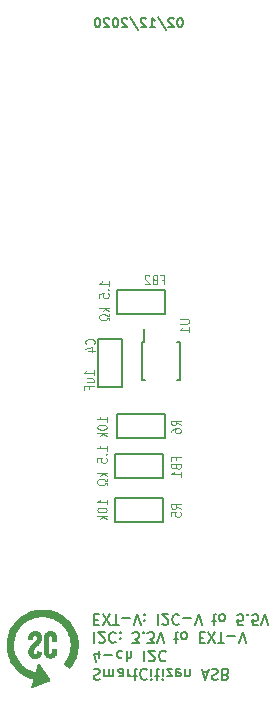
<source format=gbr>
G04 #@! TF.GenerationSoftware,KiCad,Pcbnew,(5.1.5-0-10_14)*
G04 #@! TF.CreationDate,2020-12-02T09:36:47+01:00*
G04 #@! TF.ProjectId,smartcitizen-adc-4-ch,736d6172-7463-4697-9469-7a656e2d6164,rev?*
G04 #@! TF.SameCoordinates,Original*
G04 #@! TF.FileFunction,Legend,Bot*
G04 #@! TF.FilePolarity,Positive*
%FSLAX46Y46*%
G04 Gerber Fmt 4.6, Leading zero omitted, Abs format (unit mm)*
G04 Created by KiCad (PCBNEW (5.1.5-0-10_14)) date 2020-12-02 09:36:47*
%MOMM*%
%LPD*%
G04 APERTURE LIST*
%ADD10C,0.200000*%
%ADD11C,0.010000*%
%ADD12C,0.127000*%
%ADD13C,0.150000*%
%ADD14C,0.120000*%
G04 APERTURE END LIST*
D10*
X152701428Y-111160714D02*
X152830000Y-111117857D01*
X153044285Y-111117857D01*
X153130000Y-111160714D01*
X153172857Y-111203571D01*
X153215714Y-111289285D01*
X153215714Y-111375000D01*
X153172857Y-111460714D01*
X153130000Y-111503571D01*
X153044285Y-111546428D01*
X152872857Y-111589285D01*
X152787142Y-111632142D01*
X152744285Y-111675000D01*
X152701428Y-111760714D01*
X152701428Y-111846428D01*
X152744285Y-111932142D01*
X152787142Y-111975000D01*
X152872857Y-112017857D01*
X153087142Y-112017857D01*
X153215714Y-111975000D01*
X153601428Y-111117857D02*
X153601428Y-111717857D01*
X153601428Y-111632142D02*
X153644285Y-111675000D01*
X153730000Y-111717857D01*
X153858571Y-111717857D01*
X153944285Y-111675000D01*
X153987142Y-111589285D01*
X153987142Y-111117857D01*
X153987142Y-111589285D02*
X154030000Y-111675000D01*
X154115714Y-111717857D01*
X154244285Y-111717857D01*
X154330000Y-111675000D01*
X154372857Y-111589285D01*
X154372857Y-111117857D01*
X155187142Y-111117857D02*
X155187142Y-111589285D01*
X155144285Y-111675000D01*
X155058571Y-111717857D01*
X154887142Y-111717857D01*
X154801428Y-111675000D01*
X155187142Y-111160714D02*
X155101428Y-111117857D01*
X154887142Y-111117857D01*
X154801428Y-111160714D01*
X154758571Y-111246428D01*
X154758571Y-111332142D01*
X154801428Y-111417857D01*
X154887142Y-111460714D01*
X155101428Y-111460714D01*
X155187142Y-111503571D01*
X155615714Y-111117857D02*
X155615714Y-111717857D01*
X155615714Y-111546428D02*
X155658571Y-111632142D01*
X155701428Y-111675000D01*
X155787142Y-111717857D01*
X155872857Y-111717857D01*
X156044285Y-111717857D02*
X156387142Y-111717857D01*
X156172857Y-112017857D02*
X156172857Y-111246428D01*
X156215714Y-111160714D01*
X156301428Y-111117857D01*
X156387142Y-111117857D01*
X157201428Y-111203571D02*
X157158571Y-111160714D01*
X157030000Y-111117857D01*
X156944285Y-111117857D01*
X156815714Y-111160714D01*
X156730000Y-111246428D01*
X156687142Y-111332142D01*
X156644285Y-111503571D01*
X156644285Y-111632142D01*
X156687142Y-111803571D01*
X156730000Y-111889285D01*
X156815714Y-111975000D01*
X156944285Y-112017857D01*
X157030000Y-112017857D01*
X157158571Y-111975000D01*
X157201428Y-111932142D01*
X157587142Y-111117857D02*
X157587142Y-111717857D01*
X157587142Y-112017857D02*
X157544285Y-111975000D01*
X157587142Y-111932142D01*
X157630000Y-111975000D01*
X157587142Y-112017857D01*
X157587142Y-111932142D01*
X157887142Y-111717857D02*
X158230000Y-111717857D01*
X158015714Y-112017857D02*
X158015714Y-111246428D01*
X158058571Y-111160714D01*
X158144285Y-111117857D01*
X158230000Y-111117857D01*
X158530000Y-111117857D02*
X158530000Y-111717857D01*
X158530000Y-112017857D02*
X158487142Y-111975000D01*
X158530000Y-111932142D01*
X158572857Y-111975000D01*
X158530000Y-112017857D01*
X158530000Y-111932142D01*
X158872857Y-111717857D02*
X159344285Y-111717857D01*
X158872857Y-111117857D01*
X159344285Y-111117857D01*
X160030000Y-111160714D02*
X159944285Y-111117857D01*
X159772857Y-111117857D01*
X159687142Y-111160714D01*
X159644285Y-111246428D01*
X159644285Y-111589285D01*
X159687142Y-111675000D01*
X159772857Y-111717857D01*
X159944285Y-111717857D01*
X160030000Y-111675000D01*
X160072857Y-111589285D01*
X160072857Y-111503571D01*
X159644285Y-111417857D01*
X160458571Y-111717857D02*
X160458571Y-111117857D01*
X160458571Y-111632142D02*
X160501428Y-111675000D01*
X160587142Y-111717857D01*
X160715714Y-111717857D01*
X160801428Y-111675000D01*
X160844285Y-111589285D01*
X160844285Y-111117857D01*
X161915714Y-111375000D02*
X162344285Y-111375000D01*
X161830000Y-111117857D02*
X162130000Y-112017857D01*
X162430000Y-111117857D01*
X162687142Y-111160714D02*
X162815714Y-111117857D01*
X163030000Y-111117857D01*
X163115714Y-111160714D01*
X163158571Y-111203571D01*
X163201428Y-111289285D01*
X163201428Y-111375000D01*
X163158571Y-111460714D01*
X163115714Y-111503571D01*
X163030000Y-111546428D01*
X162858571Y-111589285D01*
X162772857Y-111632142D01*
X162730000Y-111675000D01*
X162687142Y-111760714D01*
X162687142Y-111846428D01*
X162730000Y-111932142D01*
X162772857Y-111975000D01*
X162858571Y-112017857D01*
X163072857Y-112017857D01*
X163201428Y-111975000D01*
X163887142Y-111589285D02*
X164015714Y-111546428D01*
X164058571Y-111503571D01*
X164101428Y-111417857D01*
X164101428Y-111289285D01*
X164058571Y-111203571D01*
X164015714Y-111160714D01*
X163930000Y-111117857D01*
X163587142Y-111117857D01*
X163587142Y-112017857D01*
X163887142Y-112017857D01*
X163972857Y-111975000D01*
X164015714Y-111932142D01*
X164058571Y-111846428D01*
X164058571Y-111760714D01*
X164015714Y-111675000D01*
X163972857Y-111632142D01*
X163887142Y-111589285D01*
X163587142Y-111589285D01*
X153130000Y-110167857D02*
X153130000Y-109567857D01*
X152915714Y-110510714D02*
X152701428Y-109867857D01*
X153258571Y-109867857D01*
X153601428Y-109910714D02*
X154287142Y-109910714D01*
X155101428Y-109610714D02*
X155015714Y-109567857D01*
X154844285Y-109567857D01*
X154758571Y-109610714D01*
X154715714Y-109653571D01*
X154672857Y-109739285D01*
X154672857Y-109996428D01*
X154715714Y-110082142D01*
X154758571Y-110125000D01*
X154844285Y-110167857D01*
X155015714Y-110167857D01*
X155101428Y-110125000D01*
X155487142Y-109567857D02*
X155487142Y-110467857D01*
X155872857Y-109567857D02*
X155872857Y-110039285D01*
X155830000Y-110125000D01*
X155744285Y-110167857D01*
X155615714Y-110167857D01*
X155530000Y-110125000D01*
X155487142Y-110082142D01*
X156987142Y-109567857D02*
X156987142Y-110467857D01*
X157372857Y-110382142D02*
X157415714Y-110425000D01*
X157501428Y-110467857D01*
X157715714Y-110467857D01*
X157801428Y-110425000D01*
X157844285Y-110382142D01*
X157887142Y-110296428D01*
X157887142Y-110210714D01*
X157844285Y-110082142D01*
X157330000Y-109567857D01*
X157887142Y-109567857D01*
X158787142Y-109653571D02*
X158744285Y-109610714D01*
X158615714Y-109567857D01*
X158530000Y-109567857D01*
X158401428Y-109610714D01*
X158315714Y-109696428D01*
X158272857Y-109782142D01*
X158230000Y-109953571D01*
X158230000Y-110082142D01*
X158272857Y-110253571D01*
X158315714Y-110339285D01*
X158401428Y-110425000D01*
X158530000Y-110467857D01*
X158615714Y-110467857D01*
X158744285Y-110425000D01*
X158787142Y-110382142D01*
X152744285Y-108017857D02*
X152744285Y-108917857D01*
X153130000Y-108832142D02*
X153172857Y-108875000D01*
X153258571Y-108917857D01*
X153472857Y-108917857D01*
X153558571Y-108875000D01*
X153601428Y-108832142D01*
X153644285Y-108746428D01*
X153644285Y-108660714D01*
X153601428Y-108532142D01*
X153087142Y-108017857D01*
X153644285Y-108017857D01*
X154544285Y-108103571D02*
X154501428Y-108060714D01*
X154372857Y-108017857D01*
X154287142Y-108017857D01*
X154158571Y-108060714D01*
X154072857Y-108146428D01*
X154030000Y-108232142D01*
X153987142Y-108403571D01*
X153987142Y-108532142D01*
X154030000Y-108703571D01*
X154072857Y-108789285D01*
X154158571Y-108875000D01*
X154287142Y-108917857D01*
X154372857Y-108917857D01*
X154501428Y-108875000D01*
X154544285Y-108832142D01*
X154930000Y-108103571D02*
X154972857Y-108060714D01*
X154930000Y-108017857D01*
X154887142Y-108060714D01*
X154930000Y-108103571D01*
X154930000Y-108017857D01*
X154930000Y-108575000D02*
X154972857Y-108532142D01*
X154930000Y-108489285D01*
X154887142Y-108532142D01*
X154930000Y-108575000D01*
X154930000Y-108489285D01*
X155958571Y-108917857D02*
X156515714Y-108917857D01*
X156215714Y-108575000D01*
X156344285Y-108575000D01*
X156430000Y-108532142D01*
X156472857Y-108489285D01*
X156515714Y-108403571D01*
X156515714Y-108189285D01*
X156472857Y-108103571D01*
X156430000Y-108060714D01*
X156344285Y-108017857D01*
X156087142Y-108017857D01*
X156001428Y-108060714D01*
X155958571Y-108103571D01*
X156901428Y-108103571D02*
X156944285Y-108060714D01*
X156901428Y-108017857D01*
X156858571Y-108060714D01*
X156901428Y-108103571D01*
X156901428Y-108017857D01*
X157244285Y-108917857D02*
X157801428Y-108917857D01*
X157501428Y-108575000D01*
X157630000Y-108575000D01*
X157715714Y-108532142D01*
X157758571Y-108489285D01*
X157801428Y-108403571D01*
X157801428Y-108189285D01*
X157758571Y-108103571D01*
X157715714Y-108060714D01*
X157630000Y-108017857D01*
X157372857Y-108017857D01*
X157287142Y-108060714D01*
X157244285Y-108103571D01*
X158058571Y-108917857D02*
X158358571Y-108017857D01*
X158658571Y-108917857D01*
X159515714Y-108617857D02*
X159858571Y-108617857D01*
X159644285Y-108917857D02*
X159644285Y-108146428D01*
X159687142Y-108060714D01*
X159772857Y-108017857D01*
X159858571Y-108017857D01*
X160287142Y-108017857D02*
X160201428Y-108060714D01*
X160158571Y-108103571D01*
X160115714Y-108189285D01*
X160115714Y-108446428D01*
X160158571Y-108532142D01*
X160201428Y-108575000D01*
X160287142Y-108617857D01*
X160415714Y-108617857D01*
X160501428Y-108575000D01*
X160544285Y-108532142D01*
X160587142Y-108446428D01*
X160587142Y-108189285D01*
X160544285Y-108103571D01*
X160501428Y-108060714D01*
X160415714Y-108017857D01*
X160287142Y-108017857D01*
X161658571Y-108489285D02*
X161958571Y-108489285D01*
X162087142Y-108017857D02*
X161658571Y-108017857D01*
X161658571Y-108917857D01*
X162087142Y-108917857D01*
X162387142Y-108917857D02*
X162987142Y-108017857D01*
X162987142Y-108917857D02*
X162387142Y-108017857D01*
X163201428Y-108917857D02*
X163715714Y-108917857D01*
X163458571Y-108017857D02*
X163458571Y-108917857D01*
X164015714Y-108360714D02*
X164701428Y-108360714D01*
X165001428Y-108917857D02*
X165301428Y-108017857D01*
X165601428Y-108917857D01*
X152744285Y-106939285D02*
X153044285Y-106939285D01*
X153172857Y-106467857D02*
X152744285Y-106467857D01*
X152744285Y-107367857D01*
X153172857Y-107367857D01*
X153472857Y-107367857D02*
X154072857Y-106467857D01*
X154072857Y-107367857D02*
X153472857Y-106467857D01*
X154287142Y-107367857D02*
X154801428Y-107367857D01*
X154544285Y-106467857D02*
X154544285Y-107367857D01*
X155101428Y-106810714D02*
X155787142Y-106810714D01*
X156087142Y-107367857D02*
X156387142Y-106467857D01*
X156687142Y-107367857D01*
X156987142Y-106553571D02*
X157030000Y-106510714D01*
X156987142Y-106467857D01*
X156944285Y-106510714D01*
X156987142Y-106553571D01*
X156987142Y-106467857D01*
X156987142Y-107025000D02*
X157030000Y-106982142D01*
X156987142Y-106939285D01*
X156944285Y-106982142D01*
X156987142Y-107025000D01*
X156987142Y-106939285D01*
X158101428Y-106467857D02*
X158101428Y-107367857D01*
X158487142Y-107282142D02*
X158530000Y-107325000D01*
X158615714Y-107367857D01*
X158830000Y-107367857D01*
X158915714Y-107325000D01*
X158958571Y-107282142D01*
X159001428Y-107196428D01*
X159001428Y-107110714D01*
X158958571Y-106982142D01*
X158444285Y-106467857D01*
X159001428Y-106467857D01*
X159901428Y-106553571D02*
X159858571Y-106510714D01*
X159730000Y-106467857D01*
X159644285Y-106467857D01*
X159515714Y-106510714D01*
X159430000Y-106596428D01*
X159387142Y-106682142D01*
X159344285Y-106853571D01*
X159344285Y-106982142D01*
X159387142Y-107153571D01*
X159430000Y-107239285D01*
X159515714Y-107325000D01*
X159644285Y-107367857D01*
X159730000Y-107367857D01*
X159858571Y-107325000D01*
X159901428Y-107282142D01*
X160287142Y-106810714D02*
X160972857Y-106810714D01*
X161272857Y-107367857D02*
X161572857Y-106467857D01*
X161872857Y-107367857D01*
X162730000Y-107067857D02*
X163072857Y-107067857D01*
X162858571Y-107367857D02*
X162858571Y-106596428D01*
X162901428Y-106510714D01*
X162987142Y-106467857D01*
X163072857Y-106467857D01*
X163501428Y-106467857D02*
X163415714Y-106510714D01*
X163372857Y-106553571D01*
X163330000Y-106639285D01*
X163330000Y-106896428D01*
X163372857Y-106982142D01*
X163415714Y-107025000D01*
X163501428Y-107067857D01*
X163630000Y-107067857D01*
X163715714Y-107025000D01*
X163758571Y-106982142D01*
X163801428Y-106896428D01*
X163801428Y-106639285D01*
X163758571Y-106553571D01*
X163715714Y-106510714D01*
X163630000Y-106467857D01*
X163501428Y-106467857D01*
X165301428Y-107367857D02*
X164872857Y-107367857D01*
X164830000Y-106939285D01*
X164872857Y-106982142D01*
X164958571Y-107025000D01*
X165172857Y-107025000D01*
X165258571Y-106982142D01*
X165301428Y-106939285D01*
X165344285Y-106853571D01*
X165344285Y-106639285D01*
X165301428Y-106553571D01*
X165258571Y-106510714D01*
X165172857Y-106467857D01*
X164958571Y-106467857D01*
X164872857Y-106510714D01*
X164830000Y-106553571D01*
X165730000Y-106553571D02*
X165772857Y-106510714D01*
X165730000Y-106467857D01*
X165687142Y-106510714D01*
X165730000Y-106553571D01*
X165730000Y-106467857D01*
X166587142Y-107367857D02*
X166158571Y-107367857D01*
X166115714Y-106939285D01*
X166158571Y-106982142D01*
X166244285Y-107025000D01*
X166458571Y-107025000D01*
X166544285Y-106982142D01*
X166587142Y-106939285D01*
X166630000Y-106853571D01*
X166630000Y-106639285D01*
X166587142Y-106553571D01*
X166544285Y-106510714D01*
X166458571Y-106467857D01*
X166244285Y-106467857D01*
X166158571Y-106510714D01*
X166115714Y-106553571D01*
X166887142Y-107367857D02*
X167187142Y-106467857D01*
X167487142Y-107367857D01*
X160052857Y-55991904D02*
X159976666Y-55991904D01*
X159900476Y-56030000D01*
X159862380Y-56068095D01*
X159824285Y-56144285D01*
X159786190Y-56296666D01*
X159786190Y-56487142D01*
X159824285Y-56639523D01*
X159862380Y-56715714D01*
X159900476Y-56753809D01*
X159976666Y-56791904D01*
X160052857Y-56791904D01*
X160129047Y-56753809D01*
X160167142Y-56715714D01*
X160205238Y-56639523D01*
X160243333Y-56487142D01*
X160243333Y-56296666D01*
X160205238Y-56144285D01*
X160167142Y-56068095D01*
X160129047Y-56030000D01*
X160052857Y-55991904D01*
X159481428Y-56068095D02*
X159443333Y-56030000D01*
X159367142Y-55991904D01*
X159176666Y-55991904D01*
X159100476Y-56030000D01*
X159062380Y-56068095D01*
X159024285Y-56144285D01*
X159024285Y-56220476D01*
X159062380Y-56334761D01*
X159519523Y-56791904D01*
X159024285Y-56791904D01*
X158110000Y-55953809D02*
X158795714Y-56982380D01*
X157424285Y-56791904D02*
X157881428Y-56791904D01*
X157652857Y-56791904D02*
X157652857Y-55991904D01*
X157729047Y-56106190D01*
X157805238Y-56182380D01*
X157881428Y-56220476D01*
X157119523Y-56068095D02*
X157081428Y-56030000D01*
X157005238Y-55991904D01*
X156814761Y-55991904D01*
X156738571Y-56030000D01*
X156700476Y-56068095D01*
X156662380Y-56144285D01*
X156662380Y-56220476D01*
X156700476Y-56334761D01*
X157157619Y-56791904D01*
X156662380Y-56791904D01*
X155748095Y-55953809D02*
X156433809Y-56982380D01*
X155519523Y-56068095D02*
X155481428Y-56030000D01*
X155405238Y-55991904D01*
X155214761Y-55991904D01*
X155138571Y-56030000D01*
X155100476Y-56068095D01*
X155062380Y-56144285D01*
X155062380Y-56220476D01*
X155100476Y-56334761D01*
X155557619Y-56791904D01*
X155062380Y-56791904D01*
X154567142Y-55991904D02*
X154490952Y-55991904D01*
X154414761Y-56030000D01*
X154376666Y-56068095D01*
X154338571Y-56144285D01*
X154300476Y-56296666D01*
X154300476Y-56487142D01*
X154338571Y-56639523D01*
X154376666Y-56715714D01*
X154414761Y-56753809D01*
X154490952Y-56791904D01*
X154567142Y-56791904D01*
X154643333Y-56753809D01*
X154681428Y-56715714D01*
X154719523Y-56639523D01*
X154757619Y-56487142D01*
X154757619Y-56296666D01*
X154719523Y-56144285D01*
X154681428Y-56068095D01*
X154643333Y-56030000D01*
X154567142Y-55991904D01*
X153995714Y-56068095D02*
X153957619Y-56030000D01*
X153881428Y-55991904D01*
X153690952Y-55991904D01*
X153614761Y-56030000D01*
X153576666Y-56068095D01*
X153538571Y-56144285D01*
X153538571Y-56220476D01*
X153576666Y-56334761D01*
X154033809Y-56791904D01*
X153538571Y-56791904D01*
X153043333Y-55991904D02*
X152967142Y-55991904D01*
X152890952Y-56030000D01*
X152852857Y-56068095D01*
X152814761Y-56144285D01*
X152776666Y-56296666D01*
X152776666Y-56487142D01*
X152814761Y-56639523D01*
X152852857Y-56715714D01*
X152890952Y-56753809D01*
X152967142Y-56791904D01*
X153043333Y-56791904D01*
X153119523Y-56753809D01*
X153157619Y-56715714D01*
X153195714Y-56639523D01*
X153233809Y-56487142D01*
X153233809Y-56296666D01*
X153195714Y-56144285D01*
X153157619Y-56068095D01*
X153119523Y-56030000D01*
X153043333Y-55991904D01*
D11*
G36*
X149027669Y-110173423D02*
G01*
X149062492Y-110171923D01*
X149093173Y-110169315D01*
X149116870Y-110165628D01*
X149117394Y-110165512D01*
X149189322Y-110144467D01*
X149256140Y-110114822D01*
X149317360Y-110076958D01*
X149372497Y-110031254D01*
X149421063Y-109978090D01*
X149462572Y-109917847D01*
X149483099Y-109880060D01*
X149495440Y-109854587D01*
X149505566Y-109831887D01*
X149513709Y-109810561D01*
X149520104Y-109789207D01*
X149524984Y-109766424D01*
X149528583Y-109740811D01*
X149531136Y-109710966D01*
X149532875Y-109675489D01*
X149534034Y-109632978D01*
X149534848Y-109582032D01*
X149535011Y-109568910D01*
X149537049Y-109400000D01*
X149180720Y-109400000D01*
X149180720Y-109547130D01*
X149180675Y-109590143D01*
X149180490Y-109624315D01*
X149180085Y-109650963D01*
X149179379Y-109671407D01*
X149178293Y-109686964D01*
X149176748Y-109698953D01*
X149174664Y-109708692D01*
X149171961Y-109717499D01*
X149170129Y-109722566D01*
X149154523Y-109752398D01*
X149131294Y-109781434D01*
X149102832Y-109807164D01*
X149071528Y-109827074D01*
X149069872Y-109827901D01*
X149052235Y-109836084D01*
X149037672Y-109841039D01*
X149022383Y-109843557D01*
X149002568Y-109844432D01*
X148990326Y-109844500D01*
X148966238Y-109844050D01*
X148948439Y-109842214D01*
X148933081Y-109838262D01*
X148916314Y-109831466D01*
X148912635Y-109829785D01*
X148882626Y-109811606D01*
X148853892Y-109786435D01*
X148829172Y-109757138D01*
X148811210Y-109726576D01*
X148809102Y-109721651D01*
X148797180Y-109692100D01*
X148797180Y-108421886D01*
X148813779Y-108388167D01*
X148835740Y-108352975D01*
X148863654Y-108323127D01*
X148895666Y-108300306D01*
X148924818Y-108287653D01*
X148969483Y-108278854D01*
X149013647Y-108279686D01*
X149055998Y-108289776D01*
X149095221Y-108308751D01*
X149130003Y-108336240D01*
X149142124Y-108349239D01*
X149151877Y-108361056D01*
X149159835Y-108372253D01*
X149166180Y-108383989D01*
X149171093Y-108397423D01*
X149174758Y-108413712D01*
X149177356Y-108434016D01*
X149179068Y-108459493D01*
X149180078Y-108491301D01*
X149180565Y-108530600D01*
X149180714Y-108578548D01*
X149180720Y-108595011D01*
X149180720Y-108765000D01*
X149536320Y-108765000D01*
X149536320Y-108582786D01*
X149536192Y-108526847D01*
X149535734Y-108479804D01*
X149534833Y-108440395D01*
X149533376Y-108407359D01*
X149531251Y-108379434D01*
X149528345Y-108355358D01*
X149524546Y-108333870D01*
X149519740Y-108313708D01*
X149513814Y-108293609D01*
X149509268Y-108279860D01*
X149482943Y-108217957D01*
X149447774Y-108159125D01*
X149404889Y-108104495D01*
X149355419Y-108055196D01*
X149300491Y-108012356D01*
X149241233Y-107977104D01*
X149180720Y-107951240D01*
X149135390Y-107938604D01*
X149083992Y-107929478D01*
X149030113Y-107924205D01*
X148977336Y-107923128D01*
X148929249Y-107926589D01*
X148926492Y-107926962D01*
X148856182Y-107941845D01*
X148788903Y-107966298D01*
X148725167Y-108000049D01*
X148665484Y-108042826D01*
X148610364Y-108094356D01*
X148608216Y-108096645D01*
X148567794Y-108145058D01*
X148535233Y-108195953D01*
X148509299Y-108251583D01*
X148488760Y-108314198D01*
X148488428Y-108315420D01*
X148486843Y-108321359D01*
X148485416Y-108327238D01*
X148484138Y-108333599D01*
X148482999Y-108340988D01*
X148481989Y-108349948D01*
X148481099Y-108361023D01*
X148480318Y-108374757D01*
X148479638Y-108391694D01*
X148479048Y-108412378D01*
X148478538Y-108437351D01*
X148478100Y-108467160D01*
X148477722Y-108502346D01*
X148477396Y-108543455D01*
X148477112Y-108591030D01*
X148476859Y-108645615D01*
X148476629Y-108707753D01*
X148476411Y-108777989D01*
X148476196Y-108856867D01*
X148475974Y-108944930D01*
X148475786Y-109021540D01*
X148475554Y-109131947D01*
X148475420Y-109232385D01*
X148475386Y-109323045D01*
X148475453Y-109404117D01*
X148475622Y-109475792D01*
X148475894Y-109538260D01*
X148476270Y-109591713D01*
X148476750Y-109636341D01*
X148477337Y-109672334D01*
X148478031Y-109699883D01*
X148478833Y-109719179D01*
X148479717Y-109730200D01*
X148493276Y-109796802D01*
X148516042Y-109860358D01*
X148547338Y-109920169D01*
X148586485Y-109975537D01*
X148632804Y-110025760D01*
X148685619Y-110070141D01*
X148744249Y-110107978D01*
X148808019Y-110138573D01*
X148876248Y-110161225D01*
X148903860Y-110167743D01*
X148926800Y-110170974D01*
X148956979Y-110172978D01*
X148991549Y-110173784D01*
X149027669Y-110173423D01*
G37*
X149027669Y-110173423D02*
X149062492Y-110171923D01*
X149093173Y-110169315D01*
X149116870Y-110165628D01*
X149117394Y-110165512D01*
X149189322Y-110144467D01*
X149256140Y-110114822D01*
X149317360Y-110076958D01*
X149372497Y-110031254D01*
X149421063Y-109978090D01*
X149462572Y-109917847D01*
X149483099Y-109880060D01*
X149495440Y-109854587D01*
X149505566Y-109831887D01*
X149513709Y-109810561D01*
X149520104Y-109789207D01*
X149524984Y-109766424D01*
X149528583Y-109740811D01*
X149531136Y-109710966D01*
X149532875Y-109675489D01*
X149534034Y-109632978D01*
X149534848Y-109582032D01*
X149535011Y-109568910D01*
X149537049Y-109400000D01*
X149180720Y-109400000D01*
X149180720Y-109547130D01*
X149180675Y-109590143D01*
X149180490Y-109624315D01*
X149180085Y-109650963D01*
X149179379Y-109671407D01*
X149178293Y-109686964D01*
X149176748Y-109698953D01*
X149174664Y-109708692D01*
X149171961Y-109717499D01*
X149170129Y-109722566D01*
X149154523Y-109752398D01*
X149131294Y-109781434D01*
X149102832Y-109807164D01*
X149071528Y-109827074D01*
X149069872Y-109827901D01*
X149052235Y-109836084D01*
X149037672Y-109841039D01*
X149022383Y-109843557D01*
X149002568Y-109844432D01*
X148990326Y-109844500D01*
X148966238Y-109844050D01*
X148948439Y-109842214D01*
X148933081Y-109838262D01*
X148916314Y-109831466D01*
X148912635Y-109829785D01*
X148882626Y-109811606D01*
X148853892Y-109786435D01*
X148829172Y-109757138D01*
X148811210Y-109726576D01*
X148809102Y-109721651D01*
X148797180Y-109692100D01*
X148797180Y-108421886D01*
X148813779Y-108388167D01*
X148835740Y-108352975D01*
X148863654Y-108323127D01*
X148895666Y-108300306D01*
X148924818Y-108287653D01*
X148969483Y-108278854D01*
X149013647Y-108279686D01*
X149055998Y-108289776D01*
X149095221Y-108308751D01*
X149130003Y-108336240D01*
X149142124Y-108349239D01*
X149151877Y-108361056D01*
X149159835Y-108372253D01*
X149166180Y-108383989D01*
X149171093Y-108397423D01*
X149174758Y-108413712D01*
X149177356Y-108434016D01*
X149179068Y-108459493D01*
X149180078Y-108491301D01*
X149180565Y-108530600D01*
X149180714Y-108578548D01*
X149180720Y-108595011D01*
X149180720Y-108765000D01*
X149536320Y-108765000D01*
X149536320Y-108582786D01*
X149536192Y-108526847D01*
X149535734Y-108479804D01*
X149534833Y-108440395D01*
X149533376Y-108407359D01*
X149531251Y-108379434D01*
X149528345Y-108355358D01*
X149524546Y-108333870D01*
X149519740Y-108313708D01*
X149513814Y-108293609D01*
X149509268Y-108279860D01*
X149482943Y-108217957D01*
X149447774Y-108159125D01*
X149404889Y-108104495D01*
X149355419Y-108055196D01*
X149300491Y-108012356D01*
X149241233Y-107977104D01*
X149180720Y-107951240D01*
X149135390Y-107938604D01*
X149083992Y-107929478D01*
X149030113Y-107924205D01*
X148977336Y-107923128D01*
X148929249Y-107926589D01*
X148926492Y-107926962D01*
X148856182Y-107941845D01*
X148788903Y-107966298D01*
X148725167Y-108000049D01*
X148665484Y-108042826D01*
X148610364Y-108094356D01*
X148608216Y-108096645D01*
X148567794Y-108145058D01*
X148535233Y-108195953D01*
X148509299Y-108251583D01*
X148488760Y-108314198D01*
X148488428Y-108315420D01*
X148486843Y-108321359D01*
X148485416Y-108327238D01*
X148484138Y-108333599D01*
X148482999Y-108340988D01*
X148481989Y-108349948D01*
X148481099Y-108361023D01*
X148480318Y-108374757D01*
X148479638Y-108391694D01*
X148479048Y-108412378D01*
X148478538Y-108437351D01*
X148478100Y-108467160D01*
X148477722Y-108502346D01*
X148477396Y-108543455D01*
X148477112Y-108591030D01*
X148476859Y-108645615D01*
X148476629Y-108707753D01*
X148476411Y-108777989D01*
X148476196Y-108856867D01*
X148475974Y-108944930D01*
X148475786Y-109021540D01*
X148475554Y-109131947D01*
X148475420Y-109232385D01*
X148475386Y-109323045D01*
X148475453Y-109404117D01*
X148475622Y-109475792D01*
X148475894Y-109538260D01*
X148476270Y-109591713D01*
X148476750Y-109636341D01*
X148477337Y-109672334D01*
X148478031Y-109699883D01*
X148478833Y-109719179D01*
X148479717Y-109730200D01*
X148493276Y-109796802D01*
X148516042Y-109860358D01*
X148547338Y-109920169D01*
X148586485Y-109975537D01*
X148632804Y-110025760D01*
X148685619Y-110070141D01*
X148744249Y-110107978D01*
X148808019Y-110138573D01*
X148876248Y-110161225D01*
X148903860Y-110167743D01*
X148926800Y-110170974D01*
X148956979Y-110172978D01*
X148991549Y-110173784D01*
X149027669Y-110173423D01*
G36*
X147761957Y-110198215D02*
G01*
X147830711Y-110187007D01*
X147896231Y-110168715D01*
X147932193Y-110154792D01*
X147970759Y-110136878D01*
X148002748Y-110118803D01*
X148031529Y-110098322D01*
X148060468Y-110073190D01*
X148073793Y-110060400D01*
X148119877Y-110009356D01*
X148157166Y-109954864D01*
X148186641Y-109895275D01*
X148207355Y-109835729D01*
X148212785Y-109815187D01*
X148218338Y-109791118D01*
X148223646Y-109765557D01*
X148228338Y-109740541D01*
X148232045Y-109718105D01*
X148234399Y-109700284D01*
X148235029Y-109689115D01*
X148234438Y-109686466D01*
X148228925Y-109684891D01*
X148214874Y-109681853D01*
X148193761Y-109677620D01*
X148167060Y-109672462D01*
X148136245Y-109666646D01*
X148102792Y-109660442D01*
X148068173Y-109654119D01*
X148033865Y-109647944D01*
X148001340Y-109642187D01*
X147972074Y-109637117D01*
X147947541Y-109633002D01*
X147929215Y-109630111D01*
X147918572Y-109628713D01*
X147917070Y-109628625D01*
X147908116Y-109631207D01*
X147905640Y-109640626D01*
X147905640Y-109640649D01*
X147903783Y-109657254D01*
X147898773Y-109680403D01*
X147891447Y-109707295D01*
X147882643Y-109735131D01*
X147873200Y-109761112D01*
X147863955Y-109782437D01*
X147862096Y-109786101D01*
X147836944Y-109825419D01*
X147807687Y-109855443D01*
X147774315Y-109876179D01*
X147736819Y-109887633D01*
X147695188Y-109889810D01*
X147671346Y-109887188D01*
X147638462Y-109879284D01*
X147611766Y-109866327D01*
X147587818Y-109846518D01*
X147581922Y-109840354D01*
X147558749Y-109810544D01*
X147541799Y-109777465D01*
X147530583Y-109739563D01*
X147524614Y-109695288D01*
X147523288Y-109654000D01*
X147526686Y-109599411D01*
X147536926Y-109547389D01*
X147554574Y-109496436D01*
X147580195Y-109445056D01*
X147614354Y-109391748D01*
X147630557Y-109369520D01*
X147654856Y-109338755D01*
X147680873Y-109309130D01*
X147710077Y-109279181D01*
X147743937Y-109247446D01*
X147783921Y-109212463D01*
X147811660Y-109189140D01*
X147847607Y-109159008D01*
X147877579Y-109133177D01*
X147903638Y-109109733D01*
X147927844Y-109086758D01*
X147952257Y-109062338D01*
X147978938Y-109034556D01*
X147986317Y-109026741D01*
X148048174Y-108957399D01*
X148100832Y-108890289D01*
X148144775Y-108824563D01*
X148180486Y-108759373D01*
X148208448Y-108693872D01*
X148229144Y-108627211D01*
X148238712Y-108584020D01*
X148242912Y-108551450D01*
X148244948Y-108512015D01*
X148244909Y-108468755D01*
X148242884Y-108424713D01*
X148238963Y-108382930D01*
X148233236Y-108346447D01*
X148231479Y-108338280D01*
X148212374Y-108272650D01*
X148186361Y-108210134D01*
X148154259Y-108151952D01*
X148116889Y-108099326D01*
X148075068Y-108053474D01*
X148029615Y-108015617D01*
X148003572Y-107998767D01*
X147941571Y-107968199D01*
X147873854Y-107945127D01*
X147801835Y-107929808D01*
X147726923Y-107922494D01*
X147650532Y-107923443D01*
X147609009Y-107927499D01*
X147535238Y-107941482D01*
X147467316Y-107963759D01*
X147405182Y-107994360D01*
X147348772Y-108033314D01*
X147301651Y-108076796D01*
X147253030Y-108135332D01*
X147211684Y-108200822D01*
X147177714Y-108273024D01*
X147151221Y-108351697D01*
X147132305Y-108436601D01*
X147123285Y-108502912D01*
X147121268Y-108524290D01*
X147119955Y-108541496D01*
X147119500Y-108552299D01*
X147119739Y-108554834D01*
X147124916Y-108555502D01*
X147138740Y-108556728D01*
X147159721Y-108558405D01*
X147186370Y-108560431D01*
X147217194Y-108562698D01*
X147250704Y-108565105D01*
X147285409Y-108567544D01*
X147319818Y-108569913D01*
X147352441Y-108572106D01*
X147381788Y-108574019D01*
X147406366Y-108575547D01*
X147424687Y-108576586D01*
X147435260Y-108577030D01*
X147436125Y-108577039D01*
X147441053Y-108576054D01*
X147444840Y-108571927D01*
X147448144Y-108562901D01*
X147451620Y-108547219D01*
X147455612Y-108524970D01*
X147464727Y-108481115D01*
X147476640Y-108437755D01*
X147490430Y-108397757D01*
X147505175Y-108363987D01*
X147510698Y-108353627D01*
X147529114Y-108326822D01*
X147553062Y-108299896D01*
X147579512Y-108275870D01*
X147605430Y-108257766D01*
X147608729Y-108255937D01*
X147646395Y-108241394D01*
X147686676Y-108235973D01*
X147727687Y-108239687D01*
X147767543Y-108252548D01*
X147772402Y-108254825D01*
X147795094Y-108268766D01*
X147819310Y-108288367D01*
X147842188Y-108310886D01*
X147860865Y-108333581D01*
X147870023Y-108348331D01*
X147881993Y-108379499D01*
X147890313Y-108417282D01*
X147894728Y-108458720D01*
X147894982Y-108500851D01*
X147890822Y-108540715D01*
X147887852Y-108555412D01*
X147872340Y-108603276D01*
X147848507Y-108652490D01*
X147817551Y-108700851D01*
X147789956Y-108735724D01*
X147782339Y-108743701D01*
X147768100Y-108757791D01*
X147748073Y-108777200D01*
X147723087Y-108801136D01*
X147693974Y-108828805D01*
X147661566Y-108859413D01*
X147626694Y-108892168D01*
X147593011Y-108923647D01*
X147555475Y-108958831D01*
X147518755Y-108993609D01*
X147483830Y-109027029D01*
X147451683Y-109058135D01*
X147423294Y-109085976D01*
X147399644Y-109109595D01*
X147381713Y-109128041D01*
X147372240Y-109138325D01*
X147323249Y-109196513D01*
X147282199Y-109250972D01*
X147248300Y-109303174D01*
X147220763Y-109354588D01*
X147198800Y-109406685D01*
X147181621Y-109460937D01*
X147168618Y-109517873D01*
X147164603Y-109540224D01*
X147161813Y-109560070D01*
X147160115Y-109579875D01*
X147159374Y-109602101D01*
X147159456Y-109629212D01*
X147160227Y-109663670D01*
X147160378Y-109669069D01*
X147162524Y-109719098D01*
X147166138Y-109761404D01*
X147171637Y-109798372D01*
X147179439Y-109832384D01*
X147189964Y-109865825D01*
X147199234Y-109890314D01*
X147228999Y-109952134D01*
X147266490Y-110009131D01*
X147310714Y-110060201D01*
X147360679Y-110104243D01*
X147415395Y-110140155D01*
X147431735Y-110148755D01*
X147490061Y-110172642D01*
X147554019Y-110189554D01*
X147621837Y-110199467D01*
X147691741Y-110202361D01*
X147761957Y-110198215D01*
G37*
X147761957Y-110198215D02*
X147830711Y-110187007D01*
X147896231Y-110168715D01*
X147932193Y-110154792D01*
X147970759Y-110136878D01*
X148002748Y-110118803D01*
X148031529Y-110098322D01*
X148060468Y-110073190D01*
X148073793Y-110060400D01*
X148119877Y-110009356D01*
X148157166Y-109954864D01*
X148186641Y-109895275D01*
X148207355Y-109835729D01*
X148212785Y-109815187D01*
X148218338Y-109791118D01*
X148223646Y-109765557D01*
X148228338Y-109740541D01*
X148232045Y-109718105D01*
X148234399Y-109700284D01*
X148235029Y-109689115D01*
X148234438Y-109686466D01*
X148228925Y-109684891D01*
X148214874Y-109681853D01*
X148193761Y-109677620D01*
X148167060Y-109672462D01*
X148136245Y-109666646D01*
X148102792Y-109660442D01*
X148068173Y-109654119D01*
X148033865Y-109647944D01*
X148001340Y-109642187D01*
X147972074Y-109637117D01*
X147947541Y-109633002D01*
X147929215Y-109630111D01*
X147918572Y-109628713D01*
X147917070Y-109628625D01*
X147908116Y-109631207D01*
X147905640Y-109640626D01*
X147905640Y-109640649D01*
X147903783Y-109657254D01*
X147898773Y-109680403D01*
X147891447Y-109707295D01*
X147882643Y-109735131D01*
X147873200Y-109761112D01*
X147863955Y-109782437D01*
X147862096Y-109786101D01*
X147836944Y-109825419D01*
X147807687Y-109855443D01*
X147774315Y-109876179D01*
X147736819Y-109887633D01*
X147695188Y-109889810D01*
X147671346Y-109887188D01*
X147638462Y-109879284D01*
X147611766Y-109866327D01*
X147587818Y-109846518D01*
X147581922Y-109840354D01*
X147558749Y-109810544D01*
X147541799Y-109777465D01*
X147530583Y-109739563D01*
X147524614Y-109695288D01*
X147523288Y-109654000D01*
X147526686Y-109599411D01*
X147536926Y-109547389D01*
X147554574Y-109496436D01*
X147580195Y-109445056D01*
X147614354Y-109391748D01*
X147630557Y-109369520D01*
X147654856Y-109338755D01*
X147680873Y-109309130D01*
X147710077Y-109279181D01*
X147743937Y-109247446D01*
X147783921Y-109212463D01*
X147811660Y-109189140D01*
X147847607Y-109159008D01*
X147877579Y-109133177D01*
X147903638Y-109109733D01*
X147927844Y-109086758D01*
X147952257Y-109062338D01*
X147978938Y-109034556D01*
X147986317Y-109026741D01*
X148048174Y-108957399D01*
X148100832Y-108890289D01*
X148144775Y-108824563D01*
X148180486Y-108759373D01*
X148208448Y-108693872D01*
X148229144Y-108627211D01*
X148238712Y-108584020D01*
X148242912Y-108551450D01*
X148244948Y-108512015D01*
X148244909Y-108468755D01*
X148242884Y-108424713D01*
X148238963Y-108382930D01*
X148233236Y-108346447D01*
X148231479Y-108338280D01*
X148212374Y-108272650D01*
X148186361Y-108210134D01*
X148154259Y-108151952D01*
X148116889Y-108099326D01*
X148075068Y-108053474D01*
X148029615Y-108015617D01*
X148003572Y-107998767D01*
X147941571Y-107968199D01*
X147873854Y-107945127D01*
X147801835Y-107929808D01*
X147726923Y-107922494D01*
X147650532Y-107923443D01*
X147609009Y-107927499D01*
X147535238Y-107941482D01*
X147467316Y-107963759D01*
X147405182Y-107994360D01*
X147348772Y-108033314D01*
X147301651Y-108076796D01*
X147253030Y-108135332D01*
X147211684Y-108200822D01*
X147177714Y-108273024D01*
X147151221Y-108351697D01*
X147132305Y-108436601D01*
X147123285Y-108502912D01*
X147121268Y-108524290D01*
X147119955Y-108541496D01*
X147119500Y-108552299D01*
X147119739Y-108554834D01*
X147124916Y-108555502D01*
X147138740Y-108556728D01*
X147159721Y-108558405D01*
X147186370Y-108560431D01*
X147217194Y-108562698D01*
X147250704Y-108565105D01*
X147285409Y-108567544D01*
X147319818Y-108569913D01*
X147352441Y-108572106D01*
X147381788Y-108574019D01*
X147406366Y-108575547D01*
X147424687Y-108576586D01*
X147435260Y-108577030D01*
X147436125Y-108577039D01*
X147441053Y-108576054D01*
X147444840Y-108571927D01*
X147448144Y-108562901D01*
X147451620Y-108547219D01*
X147455612Y-108524970D01*
X147464727Y-108481115D01*
X147476640Y-108437755D01*
X147490430Y-108397757D01*
X147505175Y-108363987D01*
X147510698Y-108353627D01*
X147529114Y-108326822D01*
X147553062Y-108299896D01*
X147579512Y-108275870D01*
X147605430Y-108257766D01*
X147608729Y-108255937D01*
X147646395Y-108241394D01*
X147686676Y-108235973D01*
X147727687Y-108239687D01*
X147767543Y-108252548D01*
X147772402Y-108254825D01*
X147795094Y-108268766D01*
X147819310Y-108288367D01*
X147842188Y-108310886D01*
X147860865Y-108333581D01*
X147870023Y-108348331D01*
X147881993Y-108379499D01*
X147890313Y-108417282D01*
X147894728Y-108458720D01*
X147894982Y-108500851D01*
X147890822Y-108540715D01*
X147887852Y-108555412D01*
X147872340Y-108603276D01*
X147848507Y-108652490D01*
X147817551Y-108700851D01*
X147789956Y-108735724D01*
X147782339Y-108743701D01*
X147768100Y-108757791D01*
X147748073Y-108777200D01*
X147723087Y-108801136D01*
X147693974Y-108828805D01*
X147661566Y-108859413D01*
X147626694Y-108892168D01*
X147593011Y-108923647D01*
X147555475Y-108958831D01*
X147518755Y-108993609D01*
X147483830Y-109027029D01*
X147451683Y-109058135D01*
X147423294Y-109085976D01*
X147399644Y-109109595D01*
X147381713Y-109128041D01*
X147372240Y-109138325D01*
X147323249Y-109196513D01*
X147282199Y-109250972D01*
X147248300Y-109303174D01*
X147220763Y-109354588D01*
X147198800Y-109406685D01*
X147181621Y-109460937D01*
X147168618Y-109517873D01*
X147164603Y-109540224D01*
X147161813Y-109560070D01*
X147160115Y-109579875D01*
X147159374Y-109602101D01*
X147159456Y-109629212D01*
X147160227Y-109663670D01*
X147160378Y-109669069D01*
X147162524Y-109719098D01*
X147166138Y-109761404D01*
X147171637Y-109798372D01*
X147179439Y-109832384D01*
X147189964Y-109865825D01*
X147199234Y-109890314D01*
X147228999Y-109952134D01*
X147266490Y-110009131D01*
X147310714Y-110060201D01*
X147360679Y-110104243D01*
X147415395Y-110140155D01*
X147431735Y-110148755D01*
X147490061Y-110172642D01*
X147554019Y-110189554D01*
X147621837Y-110199467D01*
X147691741Y-110202361D01*
X147761957Y-110198215D01*
G36*
X147456536Y-112660296D02*
G01*
X147457708Y-112660179D01*
X147465330Y-112658031D01*
X147481745Y-112652363D01*
X147506316Y-112643427D01*
X147538403Y-112631473D01*
X147577368Y-112616754D01*
X147622573Y-112599519D01*
X147673379Y-112580021D01*
X147729148Y-112558511D01*
X147789241Y-112535240D01*
X147853020Y-112510459D01*
X147919845Y-112484419D01*
X147989080Y-112457372D01*
X148060085Y-112429569D01*
X148132221Y-112401261D01*
X148204851Y-112372700D01*
X148277335Y-112344136D01*
X148349035Y-112315822D01*
X148419314Y-112288007D01*
X148487531Y-112260944D01*
X148553049Y-112234884D01*
X148615229Y-112210077D01*
X148673433Y-112186776D01*
X148727023Y-112165231D01*
X148775359Y-112145694D01*
X148817803Y-112128416D01*
X148853716Y-112113647D01*
X148882461Y-112101641D01*
X148903399Y-112092647D01*
X148915891Y-112086917D01*
X148919094Y-112085129D01*
X148936992Y-112065485D01*
X148948292Y-112040472D01*
X148952418Y-112012905D01*
X148948792Y-111985598D01*
X148942600Y-111970405D01*
X148938534Y-111964129D01*
X148929002Y-111950142D01*
X148914401Y-111929008D01*
X148895131Y-111901293D01*
X148871591Y-111867562D01*
X148844180Y-111828380D01*
X148813295Y-111784312D01*
X148779337Y-111735924D01*
X148742704Y-111683781D01*
X148703794Y-111628448D01*
X148663007Y-111570490D01*
X148620740Y-111510472D01*
X148577394Y-111448959D01*
X148533367Y-111386517D01*
X148489057Y-111323711D01*
X148444864Y-111261107D01*
X148401185Y-111199268D01*
X148358421Y-111138761D01*
X148316969Y-111080150D01*
X148277228Y-111024002D01*
X148239598Y-110970880D01*
X148204477Y-110921350D01*
X148172264Y-110875978D01*
X148143357Y-110835329D01*
X148118156Y-110799967D01*
X148097059Y-110770458D01*
X148080465Y-110747368D01*
X148068773Y-110731260D01*
X148062381Y-110722702D01*
X148061464Y-110721588D01*
X148043061Y-110706435D01*
X148022804Y-110697251D01*
X148010423Y-110695400D01*
X147996512Y-110699866D01*
X147982139Y-110711627D01*
X147969707Y-110728234D01*
X147962484Y-110744265D01*
X147959978Y-110752406D01*
X147954795Y-110769420D01*
X147947193Y-110794451D01*
X147937431Y-110826647D01*
X147925768Y-110865151D01*
X147912462Y-110909110D01*
X147897772Y-110957671D01*
X147881957Y-111009977D01*
X147865276Y-111065176D01*
X147856514Y-111094180D01*
X147839645Y-111149960D01*
X147823614Y-111202848D01*
X147808664Y-111252046D01*
X147795039Y-111296756D01*
X147782985Y-111336180D01*
X147772745Y-111369518D01*
X147764563Y-111395975D01*
X147758685Y-111414750D01*
X147755354Y-111425046D01*
X147754690Y-111426813D01*
X147748742Y-111426903D01*
X147734504Y-111424300D01*
X147713373Y-111419382D01*
X147686741Y-111412531D01*
X147656004Y-111404128D01*
X147622557Y-111394553D01*
X147587794Y-111384187D01*
X147553110Y-111373410D01*
X147522100Y-111363337D01*
X147373765Y-111308794D01*
X147230799Y-111245654D01*
X147092913Y-111173762D01*
X146959822Y-111092962D01*
X146831237Y-111003096D01*
X146765341Y-110952158D01*
X146647709Y-110851687D01*
X146537054Y-110744063D01*
X146433680Y-110629759D01*
X146337893Y-110509247D01*
X146249996Y-110382998D01*
X146170295Y-110251485D01*
X146099094Y-110115179D01*
X146036697Y-109974553D01*
X145983411Y-109830078D01*
X145939538Y-109682226D01*
X145935535Y-109666700D01*
X145901826Y-109513772D01*
X145878208Y-109360114D01*
X145864664Y-109206042D01*
X145861180Y-109051874D01*
X145867740Y-108897928D01*
X145884328Y-108744520D01*
X145910929Y-108591967D01*
X145947527Y-108440586D01*
X145994107Y-108290696D01*
X146004204Y-108262080D01*
X146061443Y-108117685D01*
X146127303Y-107978346D01*
X146201436Y-107844343D01*
X146283494Y-107715960D01*
X146373128Y-107593479D01*
X146469991Y-107477181D01*
X146573734Y-107367348D01*
X146684009Y-107264264D01*
X146800469Y-107168209D01*
X146922764Y-107079466D01*
X147050547Y-106998317D01*
X147183470Y-106925045D01*
X147321185Y-106859930D01*
X147463343Y-106803256D01*
X147609597Y-106755304D01*
X147759598Y-106716357D01*
X147912998Y-106686696D01*
X147956440Y-106680104D01*
X148096341Y-106664484D01*
X148239349Y-106656880D01*
X148382903Y-106657314D01*
X148524443Y-106665804D01*
X148609220Y-106675015D01*
X148763491Y-106699888D01*
X148916114Y-106734625D01*
X149066421Y-106778982D01*
X149213746Y-106832710D01*
X149357424Y-106895564D01*
X149496789Y-106967295D01*
X149631174Y-107047658D01*
X149652753Y-107061685D01*
X149775675Y-107148182D01*
X149893516Y-107242483D01*
X150005308Y-107343685D01*
X150110082Y-107450882D01*
X150206869Y-107563169D01*
X150253327Y-107622746D01*
X150343629Y-107750924D01*
X150425056Y-107883498D01*
X150497493Y-108020041D01*
X150560823Y-108160123D01*
X150614930Y-108303317D01*
X150659700Y-108449196D01*
X150695017Y-108597332D01*
X150720765Y-108747296D01*
X150736828Y-108898661D01*
X150743091Y-109050998D01*
X150739438Y-109203881D01*
X150725753Y-109356881D01*
X150724551Y-109366529D01*
X150699956Y-109520478D01*
X150665585Y-109672185D01*
X150621657Y-109821149D01*
X150568389Y-109966872D01*
X150506000Y-110108854D01*
X150434709Y-110246597D01*
X150354734Y-110379599D01*
X150266293Y-110507363D01*
X150174772Y-110623265D01*
X150160073Y-110641592D01*
X150149507Y-110656488D01*
X150144070Y-110666453D01*
X150143888Y-110669729D01*
X150151795Y-110676436D01*
X150166487Y-110688174D01*
X150187075Y-110704275D01*
X150212673Y-110724068D01*
X150242392Y-110746883D01*
X150275344Y-110772050D01*
X150310643Y-110798900D01*
X150347400Y-110826761D01*
X150384728Y-110854965D01*
X150421738Y-110882841D01*
X150457543Y-110909719D01*
X150491256Y-110934930D01*
X150521989Y-110957803D01*
X150548854Y-110977668D01*
X150570963Y-110993856D01*
X150587428Y-111005697D01*
X150597363Y-111012519D01*
X150599981Y-111013947D01*
X150606051Y-111009043D01*
X150617335Y-110997183D01*
X150632896Y-110979496D01*
X150651794Y-110957113D01*
X150673092Y-110931162D01*
X150695851Y-110902773D01*
X150719132Y-110873075D01*
X150741997Y-110843197D01*
X150743371Y-110841376D01*
X150843576Y-110700094D01*
X150935173Y-110553664D01*
X151017982Y-110402520D01*
X151091820Y-110247095D01*
X151156507Y-110087823D01*
X151211861Y-109925138D01*
X151257701Y-109759473D01*
X151293844Y-109591261D01*
X151311681Y-109483313D01*
X151322257Y-109404411D01*
X151330251Y-109329059D01*
X151335877Y-109254156D01*
X151339350Y-109176601D01*
X151340884Y-109093293D01*
X151341004Y-109059640D01*
X151337251Y-108901607D01*
X151325800Y-108748762D01*
X151306365Y-108599341D01*
X151278659Y-108451584D01*
X151242396Y-108303726D01*
X151197288Y-108154005D01*
X151190165Y-108132540D01*
X151130049Y-107969095D01*
X151061124Y-107810497D01*
X150983653Y-107657026D01*
X150897899Y-107508958D01*
X150804127Y-107366571D01*
X150702600Y-107230144D01*
X150593582Y-107099953D01*
X150477338Y-106976276D01*
X150354130Y-106859391D01*
X150224223Y-106749576D01*
X150087881Y-106647108D01*
X149945367Y-106552265D01*
X149796946Y-106465325D01*
X149642881Y-106386565D01*
X149483436Y-106316264D01*
X149452500Y-106303863D01*
X149291613Y-106245375D01*
X149129556Y-106196499D01*
X148965363Y-106157010D01*
X148798066Y-106126686D01*
X148626699Y-106105303D01*
X148573660Y-106100541D01*
X148547884Y-106098882D01*
X148514476Y-106097416D01*
X148475133Y-106096161D01*
X148431556Y-106095134D01*
X148385444Y-106094350D01*
X148338497Y-106093827D01*
X148292413Y-106093581D01*
X148248893Y-106093629D01*
X148209636Y-106093987D01*
X148176342Y-106094673D01*
X148150709Y-106095703D01*
X148141860Y-106096305D01*
X148046365Y-106104963D01*
X147958897Y-106114616D01*
X147877342Y-106125600D01*
X147799587Y-106138251D01*
X147723521Y-106152902D01*
X147647029Y-106169890D01*
X147590680Y-106183713D01*
X147420237Y-106232209D01*
X147253797Y-106290019D01*
X147091574Y-106357033D01*
X146933782Y-106433141D01*
X146780638Y-106518232D01*
X146632357Y-106612196D01*
X146489153Y-106714922D01*
X146371480Y-106809132D01*
X146340994Y-106835709D01*
X146305515Y-106868204D01*
X146266500Y-106905157D01*
X146225408Y-106945106D01*
X146183696Y-106986593D01*
X146142824Y-107028155D01*
X146104248Y-107068331D01*
X146069428Y-107105662D01*
X146039821Y-107138686D01*
X146024038Y-107157180D01*
X145913695Y-107297668D01*
X145812608Y-107442258D01*
X145720824Y-107590832D01*
X145638391Y-107743272D01*
X145565357Y-107899460D01*
X145501769Y-108059280D01*
X145447675Y-108222613D01*
X145403123Y-108389341D01*
X145368161Y-108559347D01*
X145342835Y-108732513D01*
X145329762Y-108870246D01*
X145327886Y-108904690D01*
X145326606Y-108946860D01*
X145325896Y-108994947D01*
X145325728Y-109047140D01*
X145326076Y-109101626D01*
X145326914Y-109156596D01*
X145328215Y-109210239D01*
X145329952Y-109260744D01*
X145332098Y-109306299D01*
X145334628Y-109345095D01*
X145337134Y-109372060D01*
X145357129Y-109521637D01*
X145382639Y-109664411D01*
X145414140Y-109802403D01*
X145452107Y-109937632D01*
X145497014Y-110072118D01*
X145510427Y-110108660D01*
X145576027Y-110269838D01*
X145650199Y-110425766D01*
X145732668Y-110576195D01*
X145823162Y-110720875D01*
X145921409Y-110859558D01*
X146027134Y-110991993D01*
X146140066Y-111117933D01*
X146259931Y-111237127D01*
X146386455Y-111349327D01*
X146519367Y-111454283D01*
X146658393Y-111551746D01*
X146803259Y-111641466D01*
X146953694Y-111723195D01*
X147109424Y-111796683D01*
X147270175Y-111861682D01*
X147435676Y-111917941D01*
X147519188Y-111942455D01*
X147545738Y-111950111D01*
X147568401Y-111957147D01*
X147585558Y-111963020D01*
X147595595Y-111967187D01*
X147597531Y-111968753D01*
X147595941Y-111974233D01*
X147591618Y-111988590D01*
X147584815Y-112010994D01*
X147575786Y-112040613D01*
X147564786Y-112076613D01*
X147552069Y-112118163D01*
X147537889Y-112164430D01*
X147522501Y-112214584D01*
X147506159Y-112267790D01*
X147502281Y-112280410D01*
X147481955Y-112346625D01*
X147464486Y-112403851D01*
X147449717Y-112452801D01*
X147437489Y-112494188D01*
X147427647Y-112528726D01*
X147420033Y-112557128D01*
X147414489Y-112580108D01*
X147410858Y-112598378D01*
X147408982Y-112612653D01*
X147408705Y-112623645D01*
X147409869Y-112632068D01*
X147412317Y-112638635D01*
X147415891Y-112644059D01*
X147420434Y-112649054D01*
X147420878Y-112649501D01*
X147430704Y-112657640D01*
X147441075Y-112660799D01*
X147456536Y-112660296D01*
G37*
X147456536Y-112660296D02*
X147457708Y-112660179D01*
X147465330Y-112658031D01*
X147481745Y-112652363D01*
X147506316Y-112643427D01*
X147538403Y-112631473D01*
X147577368Y-112616754D01*
X147622573Y-112599519D01*
X147673379Y-112580021D01*
X147729148Y-112558511D01*
X147789241Y-112535240D01*
X147853020Y-112510459D01*
X147919845Y-112484419D01*
X147989080Y-112457372D01*
X148060085Y-112429569D01*
X148132221Y-112401261D01*
X148204851Y-112372700D01*
X148277335Y-112344136D01*
X148349035Y-112315822D01*
X148419314Y-112288007D01*
X148487531Y-112260944D01*
X148553049Y-112234884D01*
X148615229Y-112210077D01*
X148673433Y-112186776D01*
X148727023Y-112165231D01*
X148775359Y-112145694D01*
X148817803Y-112128416D01*
X148853716Y-112113647D01*
X148882461Y-112101641D01*
X148903399Y-112092647D01*
X148915891Y-112086917D01*
X148919094Y-112085129D01*
X148936992Y-112065485D01*
X148948292Y-112040472D01*
X148952418Y-112012905D01*
X148948792Y-111985598D01*
X148942600Y-111970405D01*
X148938534Y-111964129D01*
X148929002Y-111950142D01*
X148914401Y-111929008D01*
X148895131Y-111901293D01*
X148871591Y-111867562D01*
X148844180Y-111828380D01*
X148813295Y-111784312D01*
X148779337Y-111735924D01*
X148742704Y-111683781D01*
X148703794Y-111628448D01*
X148663007Y-111570490D01*
X148620740Y-111510472D01*
X148577394Y-111448959D01*
X148533367Y-111386517D01*
X148489057Y-111323711D01*
X148444864Y-111261107D01*
X148401185Y-111199268D01*
X148358421Y-111138761D01*
X148316969Y-111080150D01*
X148277228Y-111024002D01*
X148239598Y-110970880D01*
X148204477Y-110921350D01*
X148172264Y-110875978D01*
X148143357Y-110835329D01*
X148118156Y-110799967D01*
X148097059Y-110770458D01*
X148080465Y-110747368D01*
X148068773Y-110731260D01*
X148062381Y-110722702D01*
X148061464Y-110721588D01*
X148043061Y-110706435D01*
X148022804Y-110697251D01*
X148010423Y-110695400D01*
X147996512Y-110699866D01*
X147982139Y-110711627D01*
X147969707Y-110728234D01*
X147962484Y-110744265D01*
X147959978Y-110752406D01*
X147954795Y-110769420D01*
X147947193Y-110794451D01*
X147937431Y-110826647D01*
X147925768Y-110865151D01*
X147912462Y-110909110D01*
X147897772Y-110957671D01*
X147881957Y-111009977D01*
X147865276Y-111065176D01*
X147856514Y-111094180D01*
X147839645Y-111149960D01*
X147823614Y-111202848D01*
X147808664Y-111252046D01*
X147795039Y-111296756D01*
X147782985Y-111336180D01*
X147772745Y-111369518D01*
X147764563Y-111395975D01*
X147758685Y-111414750D01*
X147755354Y-111425046D01*
X147754690Y-111426813D01*
X147748742Y-111426903D01*
X147734504Y-111424300D01*
X147713373Y-111419382D01*
X147686741Y-111412531D01*
X147656004Y-111404128D01*
X147622557Y-111394553D01*
X147587794Y-111384187D01*
X147553110Y-111373410D01*
X147522100Y-111363337D01*
X147373765Y-111308794D01*
X147230799Y-111245654D01*
X147092913Y-111173762D01*
X146959822Y-111092962D01*
X146831237Y-111003096D01*
X146765341Y-110952158D01*
X146647709Y-110851687D01*
X146537054Y-110744063D01*
X146433680Y-110629759D01*
X146337893Y-110509247D01*
X146249996Y-110382998D01*
X146170295Y-110251485D01*
X146099094Y-110115179D01*
X146036697Y-109974553D01*
X145983411Y-109830078D01*
X145939538Y-109682226D01*
X145935535Y-109666700D01*
X145901826Y-109513772D01*
X145878208Y-109360114D01*
X145864664Y-109206042D01*
X145861180Y-109051874D01*
X145867740Y-108897928D01*
X145884328Y-108744520D01*
X145910929Y-108591967D01*
X145947527Y-108440586D01*
X145994107Y-108290696D01*
X146004204Y-108262080D01*
X146061443Y-108117685D01*
X146127303Y-107978346D01*
X146201436Y-107844343D01*
X146283494Y-107715960D01*
X146373128Y-107593479D01*
X146469991Y-107477181D01*
X146573734Y-107367348D01*
X146684009Y-107264264D01*
X146800469Y-107168209D01*
X146922764Y-107079466D01*
X147050547Y-106998317D01*
X147183470Y-106925045D01*
X147321185Y-106859930D01*
X147463343Y-106803256D01*
X147609597Y-106755304D01*
X147759598Y-106716357D01*
X147912998Y-106686696D01*
X147956440Y-106680104D01*
X148096341Y-106664484D01*
X148239349Y-106656880D01*
X148382903Y-106657314D01*
X148524443Y-106665804D01*
X148609220Y-106675015D01*
X148763491Y-106699888D01*
X148916114Y-106734625D01*
X149066421Y-106778982D01*
X149213746Y-106832710D01*
X149357424Y-106895564D01*
X149496789Y-106967295D01*
X149631174Y-107047658D01*
X149652753Y-107061685D01*
X149775675Y-107148182D01*
X149893516Y-107242483D01*
X150005308Y-107343685D01*
X150110082Y-107450882D01*
X150206869Y-107563169D01*
X150253327Y-107622746D01*
X150343629Y-107750924D01*
X150425056Y-107883498D01*
X150497493Y-108020041D01*
X150560823Y-108160123D01*
X150614930Y-108303317D01*
X150659700Y-108449196D01*
X150695017Y-108597332D01*
X150720765Y-108747296D01*
X150736828Y-108898661D01*
X150743091Y-109050998D01*
X150739438Y-109203881D01*
X150725753Y-109356881D01*
X150724551Y-109366529D01*
X150699956Y-109520478D01*
X150665585Y-109672185D01*
X150621657Y-109821149D01*
X150568389Y-109966872D01*
X150506000Y-110108854D01*
X150434709Y-110246597D01*
X150354734Y-110379599D01*
X150266293Y-110507363D01*
X150174772Y-110623265D01*
X150160073Y-110641592D01*
X150149507Y-110656488D01*
X150144070Y-110666453D01*
X150143888Y-110669729D01*
X150151795Y-110676436D01*
X150166487Y-110688174D01*
X150187075Y-110704275D01*
X150212673Y-110724068D01*
X150242392Y-110746883D01*
X150275344Y-110772050D01*
X150310643Y-110798900D01*
X150347400Y-110826761D01*
X150384728Y-110854965D01*
X150421738Y-110882841D01*
X150457543Y-110909719D01*
X150491256Y-110934930D01*
X150521989Y-110957803D01*
X150548854Y-110977668D01*
X150570963Y-110993856D01*
X150587428Y-111005697D01*
X150597363Y-111012519D01*
X150599981Y-111013947D01*
X150606051Y-111009043D01*
X150617335Y-110997183D01*
X150632896Y-110979496D01*
X150651794Y-110957113D01*
X150673092Y-110931162D01*
X150695851Y-110902773D01*
X150719132Y-110873075D01*
X150741997Y-110843197D01*
X150743371Y-110841376D01*
X150843576Y-110700094D01*
X150935173Y-110553664D01*
X151017982Y-110402520D01*
X151091820Y-110247095D01*
X151156507Y-110087823D01*
X151211861Y-109925138D01*
X151257701Y-109759473D01*
X151293844Y-109591261D01*
X151311681Y-109483313D01*
X151322257Y-109404411D01*
X151330251Y-109329059D01*
X151335877Y-109254156D01*
X151339350Y-109176601D01*
X151340884Y-109093293D01*
X151341004Y-109059640D01*
X151337251Y-108901607D01*
X151325800Y-108748762D01*
X151306365Y-108599341D01*
X151278659Y-108451584D01*
X151242396Y-108303726D01*
X151197288Y-108154005D01*
X151190165Y-108132540D01*
X151130049Y-107969095D01*
X151061124Y-107810497D01*
X150983653Y-107657026D01*
X150897899Y-107508958D01*
X150804127Y-107366571D01*
X150702600Y-107230144D01*
X150593582Y-107099953D01*
X150477338Y-106976276D01*
X150354130Y-106859391D01*
X150224223Y-106749576D01*
X150087881Y-106647108D01*
X149945367Y-106552265D01*
X149796946Y-106465325D01*
X149642881Y-106386565D01*
X149483436Y-106316264D01*
X149452500Y-106303863D01*
X149291613Y-106245375D01*
X149129556Y-106196499D01*
X148965363Y-106157010D01*
X148798066Y-106126686D01*
X148626699Y-106105303D01*
X148573660Y-106100541D01*
X148547884Y-106098882D01*
X148514476Y-106097416D01*
X148475133Y-106096161D01*
X148431556Y-106095134D01*
X148385444Y-106094350D01*
X148338497Y-106093827D01*
X148292413Y-106093581D01*
X148248893Y-106093629D01*
X148209636Y-106093987D01*
X148176342Y-106094673D01*
X148150709Y-106095703D01*
X148141860Y-106096305D01*
X148046365Y-106104963D01*
X147958897Y-106114616D01*
X147877342Y-106125600D01*
X147799587Y-106138251D01*
X147723521Y-106152902D01*
X147647029Y-106169890D01*
X147590680Y-106183713D01*
X147420237Y-106232209D01*
X147253797Y-106290019D01*
X147091574Y-106357033D01*
X146933782Y-106433141D01*
X146780638Y-106518232D01*
X146632357Y-106612196D01*
X146489153Y-106714922D01*
X146371480Y-106809132D01*
X146340994Y-106835709D01*
X146305515Y-106868204D01*
X146266500Y-106905157D01*
X146225408Y-106945106D01*
X146183696Y-106986593D01*
X146142824Y-107028155D01*
X146104248Y-107068331D01*
X146069428Y-107105662D01*
X146039821Y-107138686D01*
X146024038Y-107157180D01*
X145913695Y-107297668D01*
X145812608Y-107442258D01*
X145720824Y-107590832D01*
X145638391Y-107743272D01*
X145565357Y-107899460D01*
X145501769Y-108059280D01*
X145447675Y-108222613D01*
X145403123Y-108389341D01*
X145368161Y-108559347D01*
X145342835Y-108732513D01*
X145329762Y-108870246D01*
X145327886Y-108904690D01*
X145326606Y-108946860D01*
X145325896Y-108994947D01*
X145325728Y-109047140D01*
X145326076Y-109101626D01*
X145326914Y-109156596D01*
X145328215Y-109210239D01*
X145329952Y-109260744D01*
X145332098Y-109306299D01*
X145334628Y-109345095D01*
X145337134Y-109372060D01*
X145357129Y-109521637D01*
X145382639Y-109664411D01*
X145414140Y-109802403D01*
X145452107Y-109937632D01*
X145497014Y-110072118D01*
X145510427Y-110108660D01*
X145576027Y-110269838D01*
X145650199Y-110425766D01*
X145732668Y-110576195D01*
X145823162Y-110720875D01*
X145921409Y-110859558D01*
X146027134Y-110991993D01*
X146140066Y-111117933D01*
X146259931Y-111237127D01*
X146386455Y-111349327D01*
X146519367Y-111454283D01*
X146658393Y-111551746D01*
X146803259Y-111641466D01*
X146953694Y-111723195D01*
X147109424Y-111796683D01*
X147270175Y-111861682D01*
X147435676Y-111917941D01*
X147519188Y-111942455D01*
X147545738Y-111950111D01*
X147568401Y-111957147D01*
X147585558Y-111963020D01*
X147595595Y-111967187D01*
X147597531Y-111968753D01*
X147595941Y-111974233D01*
X147591618Y-111988590D01*
X147584815Y-112010994D01*
X147575786Y-112040613D01*
X147564786Y-112076613D01*
X147552069Y-112118163D01*
X147537889Y-112164430D01*
X147522501Y-112214584D01*
X147506159Y-112267790D01*
X147502281Y-112280410D01*
X147481955Y-112346625D01*
X147464486Y-112403851D01*
X147449717Y-112452801D01*
X147437489Y-112494188D01*
X147427647Y-112528726D01*
X147420033Y-112557128D01*
X147414489Y-112580108D01*
X147410858Y-112598378D01*
X147408982Y-112612653D01*
X147408705Y-112623645D01*
X147409869Y-112632068D01*
X147412317Y-112638635D01*
X147415891Y-112644059D01*
X147420434Y-112649054D01*
X147420878Y-112649501D01*
X147430704Y-112657640D01*
X147441075Y-112660799D01*
X147456536Y-112660296D01*
D12*
X153060400Y-87223600D02*
X155092400Y-87223600D01*
X153060400Y-83159600D02*
X153060400Y-87223600D01*
X155092400Y-83159600D02*
X153060400Y-83159600D01*
X155092400Y-87223600D02*
X155092400Y-83159600D01*
X154508200Y-92913200D02*
X154508200Y-94945200D01*
X158572200Y-92913200D02*
X154508200Y-92913200D01*
X158572200Y-94945200D02*
X158572200Y-92913200D01*
X154508200Y-94945200D02*
X158572200Y-94945200D01*
X158750000Y-81026000D02*
X158750000Y-78994000D01*
X154686000Y-81026000D02*
X158750000Y-81026000D01*
X154686000Y-78994000D02*
X154686000Y-81026000D01*
X158750000Y-78994000D02*
X154686000Y-78994000D01*
D13*
X156944400Y-83414200D02*
X156944400Y-82339200D01*
X160019400Y-83414200D02*
X160019400Y-86664200D01*
X156769400Y-83414200D02*
X156769400Y-86664200D01*
X160019400Y-83414200D02*
X159744400Y-83414200D01*
X160019400Y-86664200D02*
X159744400Y-86664200D01*
X156769400Y-86664200D02*
X157044400Y-86664200D01*
X156769400Y-83414200D02*
X156944400Y-83414200D01*
D12*
X154533600Y-96672400D02*
X154533600Y-98704400D01*
X158597600Y-96672400D02*
X154533600Y-96672400D01*
X158597600Y-98704400D02*
X158597600Y-96672400D01*
X154533600Y-98704400D02*
X158597600Y-98704400D01*
X154635200Y-91592400D02*
X158699200Y-91592400D01*
X158699200Y-91592400D02*
X158699200Y-89560400D01*
X158699200Y-89560400D02*
X154635200Y-89560400D01*
X154635200Y-89560400D02*
X154635200Y-91592400D01*
D14*
X152711114Y-83601733D02*
X152749209Y-83568400D01*
X152787304Y-83468400D01*
X152787304Y-83401733D01*
X152749209Y-83301733D01*
X152673019Y-83235066D01*
X152596828Y-83201733D01*
X152444447Y-83168400D01*
X152330161Y-83168400D01*
X152177780Y-83201733D01*
X152101590Y-83235066D01*
X152025400Y-83301733D01*
X151987304Y-83401733D01*
X151987304Y-83468400D01*
X152025400Y-83568400D01*
X152063495Y-83601733D01*
X152253971Y-84201733D02*
X152787304Y-84201733D01*
X151949209Y-84035066D02*
X152520638Y-83868400D01*
X152520638Y-84301733D01*
X152685704Y-86222733D02*
X152685704Y-85822733D01*
X152685704Y-86022733D02*
X151885704Y-86022733D01*
X151999990Y-85956066D01*
X152076180Y-85889400D01*
X152114276Y-85822733D01*
X152152371Y-86822733D02*
X152685704Y-86822733D01*
X152152371Y-86522733D02*
X152571419Y-86522733D01*
X152647609Y-86556066D01*
X152685704Y-86622733D01*
X152685704Y-86722733D01*
X152647609Y-86789400D01*
X152609514Y-86822733D01*
X152266657Y-87389400D02*
X152266657Y-87156066D01*
X152685704Y-87156066D02*
X151885704Y-87156066D01*
X151885704Y-87489400D01*
X159658057Y-93396666D02*
X159658057Y-93163333D01*
X160077104Y-93163333D02*
X159277104Y-93163333D01*
X159277104Y-93496666D01*
X159658057Y-93996666D02*
X159696152Y-94096666D01*
X159734247Y-94130000D01*
X159810438Y-94163333D01*
X159924723Y-94163333D01*
X160000914Y-94130000D01*
X160039009Y-94096666D01*
X160077104Y-94030000D01*
X160077104Y-93763333D01*
X159277104Y-93763333D01*
X159277104Y-93996666D01*
X159315200Y-94063333D01*
X159353295Y-94096666D01*
X159429485Y-94130000D01*
X159505676Y-94130000D01*
X159581866Y-94096666D01*
X159619961Y-94063333D01*
X159658057Y-93996666D01*
X159658057Y-93763333D01*
X160077104Y-94830000D02*
X160077104Y-94430000D01*
X160077104Y-94630000D02*
X159277104Y-94630000D01*
X159391390Y-94563333D01*
X159467580Y-94496666D01*
X159505676Y-94430000D01*
X153803304Y-92653800D02*
X153803304Y-92253800D01*
X153803304Y-92453800D02*
X153003304Y-92453800D01*
X153117590Y-92387133D01*
X153193780Y-92320466D01*
X153231876Y-92253800D01*
X153727114Y-92953800D02*
X153765209Y-92987133D01*
X153803304Y-92953800D01*
X153765209Y-92920466D01*
X153727114Y-92953800D01*
X153803304Y-92953800D01*
X153003304Y-93620466D02*
X153003304Y-93287133D01*
X153384257Y-93253800D01*
X153346161Y-93287133D01*
X153308066Y-93353800D01*
X153308066Y-93520466D01*
X153346161Y-93587133D01*
X153384257Y-93620466D01*
X153460447Y-93653800D01*
X153650923Y-93653800D01*
X153727114Y-93620466D01*
X153765209Y-93587133D01*
X153803304Y-93520466D01*
X153803304Y-93353800D01*
X153765209Y-93287133D01*
X153727114Y-93253800D01*
X153803304Y-94487133D02*
X153003304Y-94487133D01*
X153498542Y-94553800D02*
X153803304Y-94753800D01*
X153269971Y-94753800D02*
X153574733Y-94487133D01*
X153803304Y-95020466D02*
X153803304Y-95187133D01*
X153650923Y-95187133D01*
X153612828Y-95120466D01*
X153536638Y-95053800D01*
X153422352Y-95020466D01*
X153231876Y-95020466D01*
X153117590Y-95053800D01*
X153041400Y-95120466D01*
X153003304Y-95220466D01*
X153003304Y-95353800D01*
X153041400Y-95453800D01*
X153117590Y-95520466D01*
X153231876Y-95553800D01*
X153422352Y-95553800D01*
X153536638Y-95520466D01*
X153612828Y-95453800D01*
X153650923Y-95387133D01*
X153803304Y-95387133D01*
X153803304Y-95553800D01*
X158444333Y-78149457D02*
X158677666Y-78149457D01*
X158677666Y-78568504D02*
X158677666Y-77768504D01*
X158344333Y-77768504D01*
X157844333Y-78149457D02*
X157744333Y-78187552D01*
X157711000Y-78225647D01*
X157677666Y-78301838D01*
X157677666Y-78416123D01*
X157711000Y-78492314D01*
X157744333Y-78530409D01*
X157811000Y-78568504D01*
X158077666Y-78568504D01*
X158077666Y-77768504D01*
X157844333Y-77768504D01*
X157777666Y-77806600D01*
X157744333Y-77844695D01*
X157711000Y-77920885D01*
X157711000Y-77997076D01*
X157744333Y-78073266D01*
X157777666Y-78111361D01*
X157844333Y-78149457D01*
X158077666Y-78149457D01*
X157411000Y-77844695D02*
X157377666Y-77806600D01*
X157311000Y-77768504D01*
X157144333Y-77768504D01*
X157077666Y-77806600D01*
X157044333Y-77844695D01*
X157011000Y-77920885D01*
X157011000Y-77997076D01*
X157044333Y-78111361D01*
X157444333Y-78568504D01*
X157011000Y-78568504D01*
X153981104Y-78709200D02*
X153981104Y-78309200D01*
X153981104Y-78509200D02*
X153181104Y-78509200D01*
X153295390Y-78442533D01*
X153371580Y-78375866D01*
X153409676Y-78309200D01*
X153904914Y-79009200D02*
X153943009Y-79042533D01*
X153981104Y-79009200D01*
X153943009Y-78975866D01*
X153904914Y-79009200D01*
X153981104Y-79009200D01*
X153181104Y-79675866D02*
X153181104Y-79342533D01*
X153562057Y-79309200D01*
X153523961Y-79342533D01*
X153485866Y-79409200D01*
X153485866Y-79575866D01*
X153523961Y-79642533D01*
X153562057Y-79675866D01*
X153638247Y-79709200D01*
X153828723Y-79709200D01*
X153904914Y-79675866D01*
X153943009Y-79642533D01*
X153981104Y-79575866D01*
X153981104Y-79409200D01*
X153943009Y-79342533D01*
X153904914Y-79309200D01*
X153981104Y-80542533D02*
X153181104Y-80542533D01*
X153676342Y-80609200D02*
X153981104Y-80809200D01*
X153447771Y-80809200D02*
X153752533Y-80542533D01*
X153981104Y-81075866D02*
X153981104Y-81242533D01*
X153828723Y-81242533D01*
X153790628Y-81175866D01*
X153714438Y-81109200D01*
X153600152Y-81075866D01*
X153409676Y-81075866D01*
X153295390Y-81109200D01*
X153219200Y-81175866D01*
X153181104Y-81275866D01*
X153181104Y-81409200D01*
X153219200Y-81509200D01*
X153295390Y-81575866D01*
X153409676Y-81609200D01*
X153600152Y-81609200D01*
X153714438Y-81575866D01*
X153790628Y-81509200D01*
X153828723Y-81442533D01*
X153981104Y-81442533D01*
X153981104Y-81609200D01*
X159988304Y-81483266D02*
X160635923Y-81483266D01*
X160712114Y-81516600D01*
X160750209Y-81549933D01*
X160788304Y-81616600D01*
X160788304Y-81749933D01*
X160750209Y-81816600D01*
X160712114Y-81849933D01*
X160635923Y-81883266D01*
X159988304Y-81883266D01*
X160788304Y-82583266D02*
X160788304Y-82183266D01*
X160788304Y-82383266D02*
X159988304Y-82383266D01*
X160102590Y-82316600D01*
X160178780Y-82249933D01*
X160216876Y-82183266D01*
X160077104Y-97571733D02*
X159696152Y-97338400D01*
X160077104Y-97171733D02*
X159277104Y-97171733D01*
X159277104Y-97438400D01*
X159315200Y-97505066D01*
X159353295Y-97538400D01*
X159429485Y-97571733D01*
X159543771Y-97571733D01*
X159619961Y-97538400D01*
X159658057Y-97505066D01*
X159696152Y-97438400D01*
X159696152Y-97171733D01*
X159277104Y-98205066D02*
X159277104Y-97871733D01*
X159658057Y-97838400D01*
X159619961Y-97871733D01*
X159581866Y-97938400D01*
X159581866Y-98105066D01*
X159619961Y-98171733D01*
X159658057Y-98205066D01*
X159734247Y-98238400D01*
X159924723Y-98238400D01*
X160000914Y-98205066D01*
X160039009Y-98171733D01*
X160077104Y-98105066D01*
X160077104Y-97938400D01*
X160039009Y-97871733D01*
X160000914Y-97838400D01*
X153803304Y-97195533D02*
X153803304Y-96795533D01*
X153803304Y-96995533D02*
X153003304Y-96995533D01*
X153117590Y-96928866D01*
X153193780Y-96862200D01*
X153231876Y-96795533D01*
X153003304Y-97628866D02*
X153003304Y-97695533D01*
X153041400Y-97762200D01*
X153079495Y-97795533D01*
X153155685Y-97828866D01*
X153308066Y-97862200D01*
X153498542Y-97862200D01*
X153650923Y-97828866D01*
X153727114Y-97795533D01*
X153765209Y-97762200D01*
X153803304Y-97695533D01*
X153803304Y-97628866D01*
X153765209Y-97562200D01*
X153727114Y-97528866D01*
X153650923Y-97495533D01*
X153498542Y-97462200D01*
X153308066Y-97462200D01*
X153155685Y-97495533D01*
X153079495Y-97528866D01*
X153041400Y-97562200D01*
X153003304Y-97628866D01*
X153803304Y-98162200D02*
X153003304Y-98162200D01*
X153498542Y-98228866D02*
X153803304Y-98428866D01*
X153269971Y-98428866D02*
X153574733Y-98162200D01*
X160077104Y-90485133D02*
X159696152Y-90251800D01*
X160077104Y-90085133D02*
X159277104Y-90085133D01*
X159277104Y-90351800D01*
X159315200Y-90418466D01*
X159353295Y-90451800D01*
X159429485Y-90485133D01*
X159543771Y-90485133D01*
X159619961Y-90451800D01*
X159658057Y-90418466D01*
X159696152Y-90351800D01*
X159696152Y-90085133D01*
X159277104Y-91085133D02*
X159277104Y-90951800D01*
X159315200Y-90885133D01*
X159353295Y-90851800D01*
X159467580Y-90785133D01*
X159619961Y-90751800D01*
X159924723Y-90751800D01*
X160000914Y-90785133D01*
X160039009Y-90818466D01*
X160077104Y-90885133D01*
X160077104Y-91018466D01*
X160039009Y-91085133D01*
X160000914Y-91118466D01*
X159924723Y-91151800D01*
X159734247Y-91151800D01*
X159658057Y-91118466D01*
X159619961Y-91085133D01*
X159581866Y-91018466D01*
X159581866Y-90885133D01*
X159619961Y-90818466D01*
X159658057Y-90785133D01*
X159734247Y-90751800D01*
X153803304Y-90185133D02*
X153803304Y-89785133D01*
X153803304Y-89985133D02*
X153003304Y-89985133D01*
X153117590Y-89918466D01*
X153193780Y-89851800D01*
X153231876Y-89785133D01*
X153003304Y-90618466D02*
X153003304Y-90685133D01*
X153041400Y-90751800D01*
X153079495Y-90785133D01*
X153155685Y-90818466D01*
X153308066Y-90851800D01*
X153498542Y-90851800D01*
X153650923Y-90818466D01*
X153727114Y-90785133D01*
X153765209Y-90751800D01*
X153803304Y-90685133D01*
X153803304Y-90618466D01*
X153765209Y-90551800D01*
X153727114Y-90518466D01*
X153650923Y-90485133D01*
X153498542Y-90451800D01*
X153308066Y-90451800D01*
X153155685Y-90485133D01*
X153079495Y-90518466D01*
X153041400Y-90551800D01*
X153003304Y-90618466D01*
X153803304Y-91151800D02*
X153003304Y-91151800D01*
X153498542Y-91218466D02*
X153803304Y-91418466D01*
X153269971Y-91418466D02*
X153574733Y-91151800D01*
M02*

</source>
